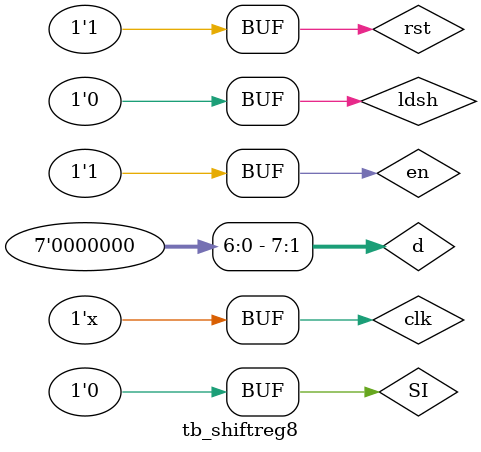
<source format=v>
`timescale 10ns/1ns
module tb_shiftreg8 (); 

    parameter N = 8; 

    reg clk, rst, en, ldsh, SI; 
    reg [N-1: 0] d; 
    wire SO; 
    wire [N-1: 0] q;

    // dut 
    shiftLreg8 dut (
        .clk(clk), .rst(rst), .en(en), .ldsh(ldsh), .SI(SI), 
        .d(d), .SO(SO), 
        .q(q)
    );

    // clock generator
    always #5 clk = ~clk; 

    initial begin
        clk = 0; 
        rst = 1; 
        en = 0; 
        ldsh = 0; 
        SI = 0; 

        d = $random; 
        #10 rst = 0; 
        #10;
        ldsh = 1; 
        en = 1; 
        SI = 1; 

        #15 ldsh = 0; 
        #15 en = 0; 
        #10 SI = 0; 
        #10 en = 1;

        #30 rst = 1; 
        
        
    end
endmodule
</source>
